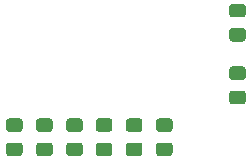
<source format=gbr>
%TF.GenerationSoftware,KiCad,Pcbnew,5.1.8+dfsg1-1+b1*%
%TF.CreationDate,2021-07-20T03:33:59+03:00*%
%TF.ProjectId,gbs-cgaega,6762732d-6367-4616-9567-612e6b696361,rev?*%
%TF.SameCoordinates,Original*%
%TF.FileFunction,Paste,Top*%
%TF.FilePolarity,Positive*%
%FSLAX46Y46*%
G04 Gerber Fmt 4.6, Leading zero omitted, Abs format (unit mm)*
G04 Created by KiCad (PCBNEW 5.1.8+dfsg1-1+b1) date 2021-07-20 03:33:59*
%MOMM*%
%LPD*%
G01*
G04 APERTURE LIST*
G04 APERTURE END LIST*
%TO.C,C1*%
G36*
G01*
X150350001Y-100200000D02*
X149449999Y-100200000D01*
G75*
G02*
X149200000Y-99950001I0J249999D01*
G01*
X149200000Y-99299999D01*
G75*
G02*
X149449999Y-99050000I249999J0D01*
G01*
X150350001Y-99050000D01*
G75*
G02*
X150600000Y-99299999I0J-249999D01*
G01*
X150600000Y-99950001D01*
G75*
G02*
X150350001Y-100200000I-249999J0D01*
G01*
G37*
G36*
G01*
X150350001Y-98150000D02*
X149449999Y-98150000D01*
G75*
G02*
X149200000Y-97900001I0J249999D01*
G01*
X149200000Y-97249999D01*
G75*
G02*
X149449999Y-97000000I249999J0D01*
G01*
X150350001Y-97000000D01*
G75*
G02*
X150600000Y-97249999I0J-249999D01*
G01*
X150600000Y-97900001D01*
G75*
G02*
X150350001Y-98150000I-249999J0D01*
G01*
G37*
%TD*%
%TO.C,R1*%
G36*
G01*
X150350001Y-105500000D02*
X149449999Y-105500000D01*
G75*
G02*
X149200000Y-105250001I0J249999D01*
G01*
X149200000Y-104599999D01*
G75*
G02*
X149449999Y-104350000I249999J0D01*
G01*
X150350001Y-104350000D01*
G75*
G02*
X150600000Y-104599999I0J-249999D01*
G01*
X150600000Y-105250001D01*
G75*
G02*
X150350001Y-105500000I-249999J0D01*
G01*
G37*
G36*
G01*
X150350001Y-103450000D02*
X149449999Y-103450000D01*
G75*
G02*
X149200000Y-103200001I0J249999D01*
G01*
X149200000Y-102549999D01*
G75*
G02*
X149449999Y-102300000I249999J0D01*
G01*
X150350001Y-102300000D01*
G75*
G02*
X150600000Y-102549999I0J-249999D01*
G01*
X150600000Y-103200001D01*
G75*
G02*
X150350001Y-103450000I-249999J0D01*
G01*
G37*
%TD*%
%TO.C,R2*%
G36*
G01*
X144150001Y-109900000D02*
X143249999Y-109900000D01*
G75*
G02*
X143000000Y-109650001I0J249999D01*
G01*
X143000000Y-108999999D01*
G75*
G02*
X143249999Y-108750000I249999J0D01*
G01*
X144150001Y-108750000D01*
G75*
G02*
X144400000Y-108999999I0J-249999D01*
G01*
X144400000Y-109650001D01*
G75*
G02*
X144150001Y-109900000I-249999J0D01*
G01*
G37*
G36*
G01*
X144150001Y-107850000D02*
X143249999Y-107850000D01*
G75*
G02*
X143000000Y-107600001I0J249999D01*
G01*
X143000000Y-106949999D01*
G75*
G02*
X143249999Y-106700000I249999J0D01*
G01*
X144150001Y-106700000D01*
G75*
G02*
X144400000Y-106949999I0J-249999D01*
G01*
X144400000Y-107600001D01*
G75*
G02*
X144150001Y-107850000I-249999J0D01*
G01*
G37*
%TD*%
%TO.C,R3*%
G36*
G01*
X141600001Y-107850000D02*
X140699999Y-107850000D01*
G75*
G02*
X140450000Y-107600001I0J249999D01*
G01*
X140450000Y-106949999D01*
G75*
G02*
X140699999Y-106700000I249999J0D01*
G01*
X141600001Y-106700000D01*
G75*
G02*
X141850000Y-106949999I0J-249999D01*
G01*
X141850000Y-107600001D01*
G75*
G02*
X141600001Y-107850000I-249999J0D01*
G01*
G37*
G36*
G01*
X141600001Y-109900000D02*
X140699999Y-109900000D01*
G75*
G02*
X140450000Y-109650001I0J249999D01*
G01*
X140450000Y-108999999D01*
G75*
G02*
X140699999Y-108750000I249999J0D01*
G01*
X141600001Y-108750000D01*
G75*
G02*
X141850000Y-108999999I0J-249999D01*
G01*
X141850000Y-109650001D01*
G75*
G02*
X141600001Y-109900000I-249999J0D01*
G01*
G37*
%TD*%
%TO.C,R4*%
G36*
G01*
X139050001Y-109900000D02*
X138149999Y-109900000D01*
G75*
G02*
X137900000Y-109650001I0J249999D01*
G01*
X137900000Y-108999999D01*
G75*
G02*
X138149999Y-108750000I249999J0D01*
G01*
X139050001Y-108750000D01*
G75*
G02*
X139300000Y-108999999I0J-249999D01*
G01*
X139300000Y-109650001D01*
G75*
G02*
X139050001Y-109900000I-249999J0D01*
G01*
G37*
G36*
G01*
X139050001Y-107850000D02*
X138149999Y-107850000D01*
G75*
G02*
X137900000Y-107600001I0J249999D01*
G01*
X137900000Y-106949999D01*
G75*
G02*
X138149999Y-106700000I249999J0D01*
G01*
X139050001Y-106700000D01*
G75*
G02*
X139300000Y-106949999I0J-249999D01*
G01*
X139300000Y-107600001D01*
G75*
G02*
X139050001Y-107850000I-249999J0D01*
G01*
G37*
%TD*%
%TO.C,R5*%
G36*
G01*
X136550001Y-107850000D02*
X135649999Y-107850000D01*
G75*
G02*
X135400000Y-107600001I0J249999D01*
G01*
X135400000Y-106949999D01*
G75*
G02*
X135649999Y-106700000I249999J0D01*
G01*
X136550001Y-106700000D01*
G75*
G02*
X136800000Y-106949999I0J-249999D01*
G01*
X136800000Y-107600001D01*
G75*
G02*
X136550001Y-107850000I-249999J0D01*
G01*
G37*
G36*
G01*
X136550001Y-109900000D02*
X135649999Y-109900000D01*
G75*
G02*
X135400000Y-109650001I0J249999D01*
G01*
X135400000Y-108999999D01*
G75*
G02*
X135649999Y-108750000I249999J0D01*
G01*
X136550001Y-108750000D01*
G75*
G02*
X136800000Y-108999999I0J-249999D01*
G01*
X136800000Y-109650001D01*
G75*
G02*
X136550001Y-109900000I-249999J0D01*
G01*
G37*
%TD*%
%TO.C,R6*%
G36*
G01*
X134000001Y-109900000D02*
X133099999Y-109900000D01*
G75*
G02*
X132850000Y-109650001I0J249999D01*
G01*
X132850000Y-108999999D01*
G75*
G02*
X133099999Y-108750000I249999J0D01*
G01*
X134000001Y-108750000D01*
G75*
G02*
X134250000Y-108999999I0J-249999D01*
G01*
X134250000Y-109650001D01*
G75*
G02*
X134000001Y-109900000I-249999J0D01*
G01*
G37*
G36*
G01*
X134000001Y-107850000D02*
X133099999Y-107850000D01*
G75*
G02*
X132850000Y-107600001I0J249999D01*
G01*
X132850000Y-106949999D01*
G75*
G02*
X133099999Y-106700000I249999J0D01*
G01*
X134000001Y-106700000D01*
G75*
G02*
X134250000Y-106949999I0J-249999D01*
G01*
X134250000Y-107600001D01*
G75*
G02*
X134000001Y-107850000I-249999J0D01*
G01*
G37*
%TD*%
%TO.C,R7*%
G36*
G01*
X131450001Y-107850000D02*
X130549999Y-107850000D01*
G75*
G02*
X130300000Y-107600001I0J249999D01*
G01*
X130300000Y-106949999D01*
G75*
G02*
X130549999Y-106700000I249999J0D01*
G01*
X131450001Y-106700000D01*
G75*
G02*
X131700000Y-106949999I0J-249999D01*
G01*
X131700000Y-107600001D01*
G75*
G02*
X131450001Y-107850000I-249999J0D01*
G01*
G37*
G36*
G01*
X131450001Y-109900000D02*
X130549999Y-109900000D01*
G75*
G02*
X130300000Y-109650001I0J249999D01*
G01*
X130300000Y-108999999D01*
G75*
G02*
X130549999Y-108750000I249999J0D01*
G01*
X131450001Y-108750000D01*
G75*
G02*
X131700000Y-108999999I0J-249999D01*
G01*
X131700000Y-109650001D01*
G75*
G02*
X131450001Y-109900000I-249999J0D01*
G01*
G37*
%TD*%
M02*

</source>
